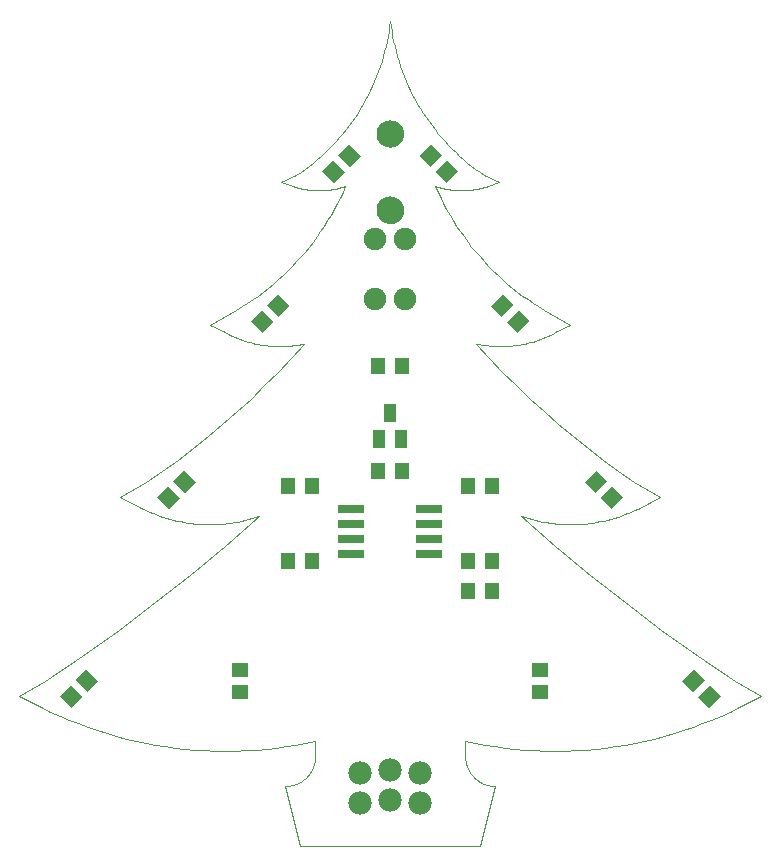
<source format=gts>
G75*
%MOIN*%
%OFA0B0*%
%FSLAX25Y25*%
%IPPOS*%
%LPD*%
%AMOC8*
5,1,8,0,0,1.08239X$1,22.5*
%
%ADD10C,0.00200*%
%ADD11C,0.00000*%
%ADD12C,0.09061*%
%ADD13R,0.05124X0.05518*%
%ADD14R,0.05518X0.05124*%
%ADD15C,0.07800*%
%ADD16C,0.07487*%
%ADD17R,0.09061X0.02762*%
%ADD18R,0.04337X0.05912*%
D10*
X0003050Y0051600D02*
X0010550Y0047850D01*
X0003050Y0051600D02*
X0011800Y0056600D01*
X0044300Y0114100D02*
X0036800Y0117850D01*
X0045550Y0122850D01*
X0044300Y0114100D02*
X0045388Y0113573D01*
X0046487Y0113072D01*
X0047599Y0112598D01*
X0048722Y0112151D01*
X0049855Y0111731D01*
X0050998Y0111339D01*
X0052150Y0110974D01*
X0053311Y0110638D01*
X0054479Y0110329D01*
X0055655Y0110049D01*
X0056837Y0109798D01*
X0058025Y0109575D01*
X0059218Y0109381D01*
X0060415Y0109216D01*
X0061616Y0109080D01*
X0062819Y0108973D01*
X0064025Y0108895D01*
X0065233Y0108847D01*
X0066441Y0108827D01*
X0067650Y0108837D01*
X0068858Y0108876D01*
X0070064Y0108945D01*
X0071269Y0109042D01*
X0072471Y0109169D01*
X0073669Y0109324D01*
X0074863Y0109509D01*
X0076053Y0109722D01*
X0077237Y0109964D01*
X0078415Y0110235D01*
X0079585Y0110534D01*
X0080749Y0110862D01*
X0081904Y0111217D01*
X0083050Y0111600D01*
X0101800Y0036601D02*
X0098523Y0035916D01*
X0095230Y0035310D01*
X0091923Y0034785D01*
X0088605Y0034341D01*
X0085276Y0033978D01*
X0081940Y0033696D01*
X0078598Y0033495D01*
X0075252Y0033376D01*
X0071905Y0033338D01*
X0068557Y0033382D01*
X0065211Y0033507D01*
X0061870Y0033714D01*
X0058534Y0034002D01*
X0055206Y0034371D01*
X0051889Y0034821D01*
X0048583Y0035352D01*
X0045291Y0035963D01*
X0042015Y0036654D01*
X0038757Y0037425D01*
X0035519Y0038274D01*
X0032302Y0039203D01*
X0029109Y0040209D01*
X0025941Y0041293D01*
X0022801Y0042454D01*
X0019690Y0043691D01*
X0016610Y0045003D01*
X0013562Y0046390D01*
X0010550Y0047851D01*
X0091800Y0021600D02*
X0092042Y0021603D01*
X0092283Y0021612D01*
X0092524Y0021626D01*
X0092765Y0021647D01*
X0093005Y0021673D01*
X0093245Y0021705D01*
X0093484Y0021743D01*
X0093721Y0021786D01*
X0093958Y0021836D01*
X0094193Y0021891D01*
X0094427Y0021951D01*
X0094659Y0022018D01*
X0094890Y0022089D01*
X0095119Y0022167D01*
X0095346Y0022250D01*
X0095571Y0022338D01*
X0095794Y0022432D01*
X0096014Y0022531D01*
X0096232Y0022636D01*
X0096447Y0022745D01*
X0096660Y0022860D01*
X0096870Y0022980D01*
X0097076Y0023105D01*
X0097280Y0023235D01*
X0097481Y0023370D01*
X0097678Y0023510D01*
X0097872Y0023654D01*
X0098062Y0023803D01*
X0098248Y0023957D01*
X0098431Y0024115D01*
X0098610Y0024277D01*
X0098785Y0024444D01*
X0098956Y0024615D01*
X0099123Y0024790D01*
X0099285Y0024969D01*
X0099443Y0025152D01*
X0099597Y0025338D01*
X0099746Y0025528D01*
X0099890Y0025722D01*
X0100030Y0025919D01*
X0100165Y0026120D01*
X0100295Y0026324D01*
X0100420Y0026530D01*
X0100540Y0026740D01*
X0100655Y0026953D01*
X0100764Y0027168D01*
X0100869Y0027386D01*
X0100968Y0027606D01*
X0101062Y0027829D01*
X0101150Y0028054D01*
X0101233Y0028281D01*
X0101311Y0028510D01*
X0101382Y0028741D01*
X0101449Y0028973D01*
X0101509Y0029207D01*
X0101564Y0029442D01*
X0101614Y0029679D01*
X0101657Y0029916D01*
X0101695Y0030155D01*
X0101727Y0030395D01*
X0101753Y0030635D01*
X0101774Y0030876D01*
X0101788Y0031117D01*
X0101797Y0031358D01*
X0101800Y0031600D01*
X0101800Y0036600D01*
X0091800Y0021600D02*
X0096800Y0001600D01*
X0156800Y0001600D01*
X0161800Y0021600D01*
X0161558Y0021603D01*
X0161317Y0021612D01*
X0161076Y0021626D01*
X0160835Y0021647D01*
X0160595Y0021673D01*
X0160355Y0021705D01*
X0160116Y0021743D01*
X0159879Y0021786D01*
X0159642Y0021836D01*
X0159407Y0021891D01*
X0159173Y0021951D01*
X0158941Y0022018D01*
X0158710Y0022089D01*
X0158481Y0022167D01*
X0158254Y0022250D01*
X0158029Y0022338D01*
X0157806Y0022432D01*
X0157586Y0022531D01*
X0157368Y0022636D01*
X0157153Y0022745D01*
X0156940Y0022860D01*
X0156730Y0022980D01*
X0156524Y0023105D01*
X0156320Y0023235D01*
X0156119Y0023370D01*
X0155922Y0023510D01*
X0155728Y0023654D01*
X0155538Y0023803D01*
X0155352Y0023957D01*
X0155169Y0024115D01*
X0154990Y0024277D01*
X0154815Y0024444D01*
X0154644Y0024615D01*
X0154477Y0024790D01*
X0154315Y0024969D01*
X0154157Y0025152D01*
X0154003Y0025338D01*
X0153854Y0025528D01*
X0153710Y0025722D01*
X0153570Y0025919D01*
X0153435Y0026120D01*
X0153305Y0026324D01*
X0153180Y0026530D01*
X0153060Y0026740D01*
X0152945Y0026953D01*
X0152836Y0027168D01*
X0152731Y0027386D01*
X0152632Y0027606D01*
X0152538Y0027829D01*
X0152450Y0028054D01*
X0152367Y0028281D01*
X0152289Y0028510D01*
X0152218Y0028741D01*
X0152151Y0028973D01*
X0152091Y0029207D01*
X0152036Y0029442D01*
X0151986Y0029679D01*
X0151943Y0029916D01*
X0151905Y0030155D01*
X0151873Y0030395D01*
X0151847Y0030635D01*
X0151826Y0030876D01*
X0151812Y0031117D01*
X0151803Y0031358D01*
X0151800Y0031600D01*
X0151800Y0036600D01*
X0209300Y0114100D02*
X0216800Y0117850D01*
X0208050Y0122850D01*
X0209300Y0114100D02*
X0208212Y0113573D01*
X0207113Y0113072D01*
X0206001Y0112598D01*
X0204878Y0112151D01*
X0203745Y0111731D01*
X0202602Y0111339D01*
X0201450Y0110974D01*
X0200289Y0110638D01*
X0199121Y0110329D01*
X0197945Y0110049D01*
X0196763Y0109798D01*
X0195575Y0109575D01*
X0194382Y0109381D01*
X0193185Y0109216D01*
X0191984Y0109080D01*
X0190781Y0108973D01*
X0189575Y0108895D01*
X0188367Y0108847D01*
X0187159Y0108827D01*
X0185950Y0108837D01*
X0184742Y0108876D01*
X0183536Y0108945D01*
X0182331Y0109042D01*
X0181129Y0109169D01*
X0179931Y0109324D01*
X0178737Y0109509D01*
X0177547Y0109722D01*
X0176363Y0109964D01*
X0175185Y0110235D01*
X0174015Y0110534D01*
X0172851Y0110862D01*
X0171696Y0111217D01*
X0170550Y0111600D01*
X0151800Y0036601D02*
X0155077Y0035916D01*
X0158370Y0035310D01*
X0161677Y0034785D01*
X0164995Y0034341D01*
X0168324Y0033978D01*
X0171660Y0033696D01*
X0175002Y0033495D01*
X0178348Y0033376D01*
X0181695Y0033338D01*
X0185043Y0033382D01*
X0188389Y0033507D01*
X0191730Y0033714D01*
X0195066Y0034002D01*
X0198394Y0034371D01*
X0201711Y0034821D01*
X0205017Y0035352D01*
X0208309Y0035963D01*
X0211585Y0036654D01*
X0214843Y0037425D01*
X0218081Y0038274D01*
X0221298Y0039203D01*
X0224491Y0040209D01*
X0227659Y0041293D01*
X0230799Y0042454D01*
X0233910Y0043691D01*
X0236990Y0045003D01*
X0240038Y0046390D01*
X0243050Y0047851D01*
X0243050Y0047850D02*
X0250550Y0051600D01*
X0241800Y0056600D01*
X0181800Y0172850D02*
X0186800Y0175350D01*
X0178050Y0180350D01*
X0181800Y0172850D02*
X0181003Y0172426D01*
X0180196Y0172021D01*
X0179379Y0171635D01*
X0178553Y0171270D01*
X0177719Y0170924D01*
X0176876Y0170598D01*
X0176027Y0170292D01*
X0175170Y0170007D01*
X0174306Y0169742D01*
X0173437Y0169499D01*
X0172561Y0169276D01*
X0171681Y0169074D01*
X0170796Y0168893D01*
X0169908Y0168733D01*
X0169015Y0168595D01*
X0168120Y0168477D01*
X0167222Y0168382D01*
X0166321Y0168308D01*
X0165420Y0168255D01*
X0164517Y0168224D01*
X0163614Y0168215D01*
X0162711Y0168227D01*
X0161809Y0168261D01*
X0160907Y0168317D01*
X0160007Y0168394D01*
X0159110Y0168492D01*
X0158214Y0168612D01*
X0157322Y0168753D01*
X0156434Y0168916D01*
X0155550Y0169100D01*
X0159300Y0221600D02*
X0163050Y0222850D01*
X0158050Y0225350D01*
X0159300Y0221600D02*
X0158672Y0221399D01*
X0158039Y0221213D01*
X0157402Y0221042D01*
X0156762Y0220886D01*
X0156117Y0220746D01*
X0155470Y0220621D01*
X0154819Y0220511D01*
X0154167Y0220417D01*
X0153512Y0220339D01*
X0152855Y0220276D01*
X0152198Y0220229D01*
X0151539Y0220198D01*
X0150880Y0220182D01*
X0150220Y0220182D01*
X0149561Y0220198D01*
X0148902Y0220229D01*
X0148245Y0220276D01*
X0147588Y0220339D01*
X0146933Y0220417D01*
X0146281Y0220511D01*
X0145630Y0220621D01*
X0144983Y0220746D01*
X0144338Y0220886D01*
X0143698Y0221042D01*
X0143061Y0221213D01*
X0142428Y0221399D01*
X0141800Y0221600D01*
X0111800Y0221600D02*
X0111172Y0221399D01*
X0110539Y0221213D01*
X0109902Y0221042D01*
X0109262Y0220886D01*
X0108617Y0220746D01*
X0107970Y0220621D01*
X0107319Y0220511D01*
X0106667Y0220417D01*
X0106012Y0220339D01*
X0105355Y0220276D01*
X0104698Y0220229D01*
X0104039Y0220198D01*
X0103380Y0220182D01*
X0102720Y0220182D01*
X0102061Y0220198D01*
X0101402Y0220229D01*
X0100745Y0220276D01*
X0100088Y0220339D01*
X0099433Y0220417D01*
X0098781Y0220511D01*
X0098130Y0220621D01*
X0097483Y0220746D01*
X0096838Y0220886D01*
X0096198Y0221042D01*
X0095561Y0221213D01*
X0094928Y0221399D01*
X0094300Y0221600D01*
X0090550Y0222850D01*
X0095550Y0225350D01*
X0098050Y0169100D02*
X0097166Y0168916D01*
X0096278Y0168753D01*
X0095386Y0168612D01*
X0094490Y0168492D01*
X0093593Y0168394D01*
X0092693Y0168317D01*
X0091791Y0168261D01*
X0090889Y0168227D01*
X0089986Y0168215D01*
X0089083Y0168224D01*
X0088180Y0168255D01*
X0087279Y0168308D01*
X0086378Y0168382D01*
X0085480Y0168477D01*
X0084585Y0168595D01*
X0083692Y0168733D01*
X0082804Y0168893D01*
X0081919Y0169074D01*
X0081039Y0169276D01*
X0080163Y0169499D01*
X0079294Y0169742D01*
X0078430Y0170007D01*
X0077573Y0170292D01*
X0076724Y0170598D01*
X0075881Y0170924D01*
X0075047Y0171270D01*
X0074221Y0171635D01*
X0073404Y0172021D01*
X0072597Y0172426D01*
X0071800Y0172850D01*
X0066800Y0175350D01*
X0075550Y0180350D01*
X0077381Y0181471D01*
X0079184Y0182636D01*
X0080959Y0183844D01*
X0082704Y0185094D01*
X0084419Y0186386D01*
X0086102Y0187718D01*
X0087753Y0189091D01*
X0089370Y0190502D01*
X0090953Y0191953D01*
X0092501Y0193441D01*
X0094012Y0194965D01*
X0095486Y0196526D01*
X0096923Y0198121D01*
X0098320Y0199751D01*
X0099679Y0201413D01*
X0100996Y0203108D01*
X0102273Y0204834D01*
X0103508Y0206590D01*
X0104700Y0208375D01*
X0105849Y0210189D01*
X0106954Y0212029D01*
X0108015Y0213896D01*
X0109030Y0215787D01*
X0110000Y0217702D01*
X0110923Y0219640D01*
X0111800Y0221600D01*
X0095550Y0225350D02*
X0096971Y0226321D01*
X0098369Y0227326D01*
X0099742Y0228365D01*
X0101089Y0229437D01*
X0102409Y0230541D01*
X0103703Y0231676D01*
X0104969Y0232843D01*
X0106206Y0234040D01*
X0107414Y0235267D01*
X0108591Y0236522D01*
X0109738Y0237806D01*
X0110854Y0239117D01*
X0111937Y0240454D01*
X0112988Y0241818D01*
X0114005Y0243206D01*
X0114989Y0244619D01*
X0115938Y0246055D01*
X0116852Y0247514D01*
X0117730Y0248994D01*
X0118572Y0250496D01*
X0119378Y0252017D01*
X0120146Y0253557D01*
X0120877Y0255116D01*
X0121570Y0256691D01*
X0122225Y0258284D01*
X0122841Y0259891D01*
X0123418Y0261513D01*
X0123955Y0263148D01*
X0124452Y0264796D01*
X0124910Y0266456D01*
X0125327Y0268126D01*
X0125704Y0269805D01*
X0126039Y0271494D01*
X0126334Y0273190D01*
X0126588Y0274892D01*
X0126800Y0276600D01*
X0127012Y0274892D01*
X0127266Y0273190D01*
X0127561Y0271494D01*
X0127896Y0269805D01*
X0128273Y0268126D01*
X0128690Y0266456D01*
X0129148Y0264796D01*
X0129645Y0263148D01*
X0130182Y0261513D01*
X0130759Y0259891D01*
X0131375Y0258284D01*
X0132030Y0256691D01*
X0132723Y0255116D01*
X0133454Y0253557D01*
X0134222Y0252017D01*
X0135028Y0250496D01*
X0135870Y0248994D01*
X0136748Y0247514D01*
X0137662Y0246055D01*
X0138611Y0244619D01*
X0139595Y0243206D01*
X0140612Y0241818D01*
X0141663Y0240454D01*
X0142746Y0239117D01*
X0143862Y0237806D01*
X0145009Y0236522D01*
X0146186Y0235267D01*
X0147394Y0234040D01*
X0148631Y0232843D01*
X0149897Y0231676D01*
X0151191Y0230541D01*
X0152511Y0229437D01*
X0153858Y0228365D01*
X0155231Y0227326D01*
X0156629Y0226321D01*
X0158050Y0225350D01*
X0141800Y0221600D02*
X0142677Y0219640D01*
X0143600Y0217702D01*
X0144570Y0215787D01*
X0145585Y0213896D01*
X0146646Y0212029D01*
X0147751Y0210189D01*
X0148900Y0208375D01*
X0150092Y0206590D01*
X0151327Y0204834D01*
X0152604Y0203108D01*
X0153921Y0201413D01*
X0155280Y0199751D01*
X0156677Y0198121D01*
X0158114Y0196526D01*
X0159588Y0194965D01*
X0161099Y0193441D01*
X0162647Y0191953D01*
X0164230Y0190502D01*
X0165847Y0189091D01*
X0167498Y0187718D01*
X0169181Y0186386D01*
X0170896Y0185094D01*
X0172641Y0183844D01*
X0174416Y0182636D01*
X0176219Y0181471D01*
X0178050Y0180350D01*
X0155550Y0169100D02*
X0159829Y0164372D01*
X0164214Y0159742D01*
X0168702Y0155212D01*
X0173291Y0150784D01*
X0177980Y0146462D01*
X0182765Y0142247D01*
X0187644Y0138141D01*
X0192614Y0134146D01*
X0197674Y0130265D01*
X0202820Y0126499D01*
X0208050Y0122850D01*
X0170549Y0111600D02*
X0181855Y0101719D01*
X0193397Y0092117D01*
X0205170Y0082798D01*
X0217166Y0073769D01*
X0229378Y0065034D01*
X0241799Y0056600D01*
X0098050Y0169100D02*
X0093771Y0164372D01*
X0089386Y0159742D01*
X0084898Y0155212D01*
X0080309Y0150784D01*
X0075620Y0146462D01*
X0070835Y0142247D01*
X0065956Y0138141D01*
X0060986Y0134146D01*
X0055926Y0130265D01*
X0050780Y0126499D01*
X0045550Y0122850D01*
X0083051Y0111600D02*
X0071745Y0101719D01*
X0060203Y0092117D01*
X0048430Y0082798D01*
X0036434Y0073769D01*
X0024222Y0065034D01*
X0011801Y0056600D01*
D11*
X0122469Y0213600D02*
X0122471Y0213731D01*
X0122477Y0213863D01*
X0122487Y0213994D01*
X0122501Y0214125D01*
X0122519Y0214255D01*
X0122541Y0214384D01*
X0122566Y0214513D01*
X0122596Y0214641D01*
X0122630Y0214768D01*
X0122667Y0214895D01*
X0122708Y0215019D01*
X0122753Y0215143D01*
X0122802Y0215265D01*
X0122854Y0215386D01*
X0122910Y0215504D01*
X0122970Y0215622D01*
X0123033Y0215737D01*
X0123100Y0215850D01*
X0123170Y0215962D01*
X0123243Y0216071D01*
X0123319Y0216177D01*
X0123399Y0216282D01*
X0123482Y0216384D01*
X0123568Y0216483D01*
X0123657Y0216580D01*
X0123749Y0216674D01*
X0123844Y0216765D01*
X0123941Y0216854D01*
X0124041Y0216939D01*
X0124144Y0217021D01*
X0124249Y0217100D01*
X0124356Y0217176D01*
X0124466Y0217248D01*
X0124578Y0217317D01*
X0124692Y0217383D01*
X0124807Y0217445D01*
X0124925Y0217504D01*
X0125044Y0217559D01*
X0125165Y0217611D01*
X0125288Y0217658D01*
X0125412Y0217702D01*
X0125537Y0217743D01*
X0125663Y0217779D01*
X0125791Y0217812D01*
X0125919Y0217840D01*
X0126048Y0217865D01*
X0126178Y0217886D01*
X0126308Y0217903D01*
X0126439Y0217916D01*
X0126570Y0217925D01*
X0126701Y0217930D01*
X0126833Y0217931D01*
X0126964Y0217928D01*
X0127096Y0217921D01*
X0127227Y0217910D01*
X0127357Y0217895D01*
X0127487Y0217876D01*
X0127617Y0217853D01*
X0127745Y0217827D01*
X0127873Y0217796D01*
X0128000Y0217761D01*
X0128126Y0217723D01*
X0128250Y0217681D01*
X0128374Y0217635D01*
X0128495Y0217585D01*
X0128615Y0217532D01*
X0128734Y0217475D01*
X0128851Y0217415D01*
X0128965Y0217351D01*
X0129078Y0217283D01*
X0129189Y0217212D01*
X0129298Y0217138D01*
X0129404Y0217061D01*
X0129508Y0216980D01*
X0129609Y0216897D01*
X0129708Y0216810D01*
X0129804Y0216720D01*
X0129897Y0216627D01*
X0129988Y0216532D01*
X0130075Y0216434D01*
X0130160Y0216333D01*
X0130241Y0216230D01*
X0130319Y0216124D01*
X0130394Y0216016D01*
X0130466Y0215906D01*
X0130534Y0215794D01*
X0130599Y0215680D01*
X0130660Y0215563D01*
X0130718Y0215445D01*
X0130772Y0215325D01*
X0130823Y0215204D01*
X0130870Y0215081D01*
X0130913Y0214957D01*
X0130952Y0214832D01*
X0130988Y0214705D01*
X0131019Y0214577D01*
X0131047Y0214449D01*
X0131071Y0214320D01*
X0131091Y0214190D01*
X0131107Y0214059D01*
X0131119Y0213928D01*
X0131127Y0213797D01*
X0131131Y0213666D01*
X0131131Y0213534D01*
X0131127Y0213403D01*
X0131119Y0213272D01*
X0131107Y0213141D01*
X0131091Y0213010D01*
X0131071Y0212880D01*
X0131047Y0212751D01*
X0131019Y0212623D01*
X0130988Y0212495D01*
X0130952Y0212368D01*
X0130913Y0212243D01*
X0130870Y0212119D01*
X0130823Y0211996D01*
X0130772Y0211875D01*
X0130718Y0211755D01*
X0130660Y0211637D01*
X0130599Y0211520D01*
X0130534Y0211406D01*
X0130466Y0211294D01*
X0130394Y0211184D01*
X0130319Y0211076D01*
X0130241Y0210970D01*
X0130160Y0210867D01*
X0130075Y0210766D01*
X0129988Y0210668D01*
X0129897Y0210573D01*
X0129804Y0210480D01*
X0129708Y0210390D01*
X0129609Y0210303D01*
X0129508Y0210220D01*
X0129404Y0210139D01*
X0129298Y0210062D01*
X0129189Y0209988D01*
X0129078Y0209917D01*
X0128966Y0209849D01*
X0128851Y0209785D01*
X0128734Y0209725D01*
X0128615Y0209668D01*
X0128495Y0209615D01*
X0128374Y0209565D01*
X0128250Y0209519D01*
X0128126Y0209477D01*
X0128000Y0209439D01*
X0127873Y0209404D01*
X0127745Y0209373D01*
X0127617Y0209347D01*
X0127487Y0209324D01*
X0127357Y0209305D01*
X0127227Y0209290D01*
X0127096Y0209279D01*
X0126964Y0209272D01*
X0126833Y0209269D01*
X0126701Y0209270D01*
X0126570Y0209275D01*
X0126439Y0209284D01*
X0126308Y0209297D01*
X0126178Y0209314D01*
X0126048Y0209335D01*
X0125919Y0209360D01*
X0125791Y0209388D01*
X0125663Y0209421D01*
X0125537Y0209457D01*
X0125412Y0209498D01*
X0125288Y0209542D01*
X0125165Y0209589D01*
X0125044Y0209641D01*
X0124925Y0209696D01*
X0124807Y0209755D01*
X0124692Y0209817D01*
X0124578Y0209883D01*
X0124466Y0209952D01*
X0124356Y0210024D01*
X0124249Y0210100D01*
X0124144Y0210179D01*
X0124041Y0210261D01*
X0123941Y0210346D01*
X0123844Y0210435D01*
X0123749Y0210526D01*
X0123657Y0210620D01*
X0123568Y0210717D01*
X0123482Y0210816D01*
X0123399Y0210918D01*
X0123319Y0211023D01*
X0123243Y0211129D01*
X0123170Y0211238D01*
X0123100Y0211350D01*
X0123033Y0211463D01*
X0122970Y0211578D01*
X0122910Y0211696D01*
X0122854Y0211814D01*
X0122802Y0211935D01*
X0122753Y0212057D01*
X0122708Y0212181D01*
X0122667Y0212305D01*
X0122630Y0212432D01*
X0122596Y0212559D01*
X0122566Y0212687D01*
X0122541Y0212816D01*
X0122519Y0212945D01*
X0122501Y0213075D01*
X0122487Y0213206D01*
X0122477Y0213337D01*
X0122471Y0213469D01*
X0122469Y0213600D01*
X0122469Y0239100D02*
X0122471Y0239231D01*
X0122477Y0239363D01*
X0122487Y0239494D01*
X0122501Y0239625D01*
X0122519Y0239755D01*
X0122541Y0239884D01*
X0122566Y0240013D01*
X0122596Y0240141D01*
X0122630Y0240268D01*
X0122667Y0240395D01*
X0122708Y0240519D01*
X0122753Y0240643D01*
X0122802Y0240765D01*
X0122854Y0240886D01*
X0122910Y0241004D01*
X0122970Y0241122D01*
X0123033Y0241237D01*
X0123100Y0241350D01*
X0123170Y0241462D01*
X0123243Y0241571D01*
X0123319Y0241677D01*
X0123399Y0241782D01*
X0123482Y0241884D01*
X0123568Y0241983D01*
X0123657Y0242080D01*
X0123749Y0242174D01*
X0123844Y0242265D01*
X0123941Y0242354D01*
X0124041Y0242439D01*
X0124144Y0242521D01*
X0124249Y0242600D01*
X0124356Y0242676D01*
X0124466Y0242748D01*
X0124578Y0242817D01*
X0124692Y0242883D01*
X0124807Y0242945D01*
X0124925Y0243004D01*
X0125044Y0243059D01*
X0125165Y0243111D01*
X0125288Y0243158D01*
X0125412Y0243202D01*
X0125537Y0243243D01*
X0125663Y0243279D01*
X0125791Y0243312D01*
X0125919Y0243340D01*
X0126048Y0243365D01*
X0126178Y0243386D01*
X0126308Y0243403D01*
X0126439Y0243416D01*
X0126570Y0243425D01*
X0126701Y0243430D01*
X0126833Y0243431D01*
X0126964Y0243428D01*
X0127096Y0243421D01*
X0127227Y0243410D01*
X0127357Y0243395D01*
X0127487Y0243376D01*
X0127617Y0243353D01*
X0127745Y0243327D01*
X0127873Y0243296D01*
X0128000Y0243261D01*
X0128126Y0243223D01*
X0128250Y0243181D01*
X0128374Y0243135D01*
X0128495Y0243085D01*
X0128615Y0243032D01*
X0128734Y0242975D01*
X0128851Y0242915D01*
X0128965Y0242851D01*
X0129078Y0242783D01*
X0129189Y0242712D01*
X0129298Y0242638D01*
X0129404Y0242561D01*
X0129508Y0242480D01*
X0129609Y0242397D01*
X0129708Y0242310D01*
X0129804Y0242220D01*
X0129897Y0242127D01*
X0129988Y0242032D01*
X0130075Y0241934D01*
X0130160Y0241833D01*
X0130241Y0241730D01*
X0130319Y0241624D01*
X0130394Y0241516D01*
X0130466Y0241406D01*
X0130534Y0241294D01*
X0130599Y0241180D01*
X0130660Y0241063D01*
X0130718Y0240945D01*
X0130772Y0240825D01*
X0130823Y0240704D01*
X0130870Y0240581D01*
X0130913Y0240457D01*
X0130952Y0240332D01*
X0130988Y0240205D01*
X0131019Y0240077D01*
X0131047Y0239949D01*
X0131071Y0239820D01*
X0131091Y0239690D01*
X0131107Y0239559D01*
X0131119Y0239428D01*
X0131127Y0239297D01*
X0131131Y0239166D01*
X0131131Y0239034D01*
X0131127Y0238903D01*
X0131119Y0238772D01*
X0131107Y0238641D01*
X0131091Y0238510D01*
X0131071Y0238380D01*
X0131047Y0238251D01*
X0131019Y0238123D01*
X0130988Y0237995D01*
X0130952Y0237868D01*
X0130913Y0237743D01*
X0130870Y0237619D01*
X0130823Y0237496D01*
X0130772Y0237375D01*
X0130718Y0237255D01*
X0130660Y0237137D01*
X0130599Y0237020D01*
X0130534Y0236906D01*
X0130466Y0236794D01*
X0130394Y0236684D01*
X0130319Y0236576D01*
X0130241Y0236470D01*
X0130160Y0236367D01*
X0130075Y0236266D01*
X0129988Y0236168D01*
X0129897Y0236073D01*
X0129804Y0235980D01*
X0129708Y0235890D01*
X0129609Y0235803D01*
X0129508Y0235720D01*
X0129404Y0235639D01*
X0129298Y0235562D01*
X0129189Y0235488D01*
X0129078Y0235417D01*
X0128966Y0235349D01*
X0128851Y0235285D01*
X0128734Y0235225D01*
X0128615Y0235168D01*
X0128495Y0235115D01*
X0128374Y0235065D01*
X0128250Y0235019D01*
X0128126Y0234977D01*
X0128000Y0234939D01*
X0127873Y0234904D01*
X0127745Y0234873D01*
X0127617Y0234847D01*
X0127487Y0234824D01*
X0127357Y0234805D01*
X0127227Y0234790D01*
X0127096Y0234779D01*
X0126964Y0234772D01*
X0126833Y0234769D01*
X0126701Y0234770D01*
X0126570Y0234775D01*
X0126439Y0234784D01*
X0126308Y0234797D01*
X0126178Y0234814D01*
X0126048Y0234835D01*
X0125919Y0234860D01*
X0125791Y0234888D01*
X0125663Y0234921D01*
X0125537Y0234957D01*
X0125412Y0234998D01*
X0125288Y0235042D01*
X0125165Y0235089D01*
X0125044Y0235141D01*
X0124925Y0235196D01*
X0124807Y0235255D01*
X0124692Y0235317D01*
X0124578Y0235383D01*
X0124466Y0235452D01*
X0124356Y0235524D01*
X0124249Y0235600D01*
X0124144Y0235679D01*
X0124041Y0235761D01*
X0123941Y0235846D01*
X0123844Y0235935D01*
X0123749Y0236026D01*
X0123657Y0236120D01*
X0123568Y0236217D01*
X0123482Y0236316D01*
X0123399Y0236418D01*
X0123319Y0236523D01*
X0123243Y0236629D01*
X0123170Y0236738D01*
X0123100Y0236850D01*
X0123033Y0236963D01*
X0122970Y0237078D01*
X0122910Y0237196D01*
X0122854Y0237314D01*
X0122802Y0237435D01*
X0122753Y0237557D01*
X0122708Y0237681D01*
X0122667Y0237805D01*
X0122630Y0237932D01*
X0122596Y0238059D01*
X0122566Y0238187D01*
X0122541Y0238316D01*
X0122519Y0238445D01*
X0122501Y0238575D01*
X0122487Y0238706D01*
X0122477Y0238837D01*
X0122471Y0238969D01*
X0122469Y0239100D01*
D12*
X0126800Y0239100D03*
X0126800Y0213600D03*
D13*
G36*
X0140537Y0235514D02*
X0144160Y0231891D01*
X0140259Y0227990D01*
X0136636Y0231613D01*
X0140537Y0235514D01*
G37*
G36*
X0145841Y0230210D02*
X0149464Y0226587D01*
X0145563Y0222686D01*
X0141940Y0226309D01*
X0145841Y0230210D01*
G37*
G36*
X0109440Y0231891D02*
X0113063Y0235514D01*
X0116964Y0231613D01*
X0113341Y0227990D01*
X0109440Y0231891D01*
G37*
G36*
X0104136Y0226587D02*
X0107759Y0230210D01*
X0111660Y0226309D01*
X0108037Y0222686D01*
X0104136Y0226587D01*
G37*
G36*
X0085690Y0181891D02*
X0089313Y0185514D01*
X0093214Y0181613D01*
X0089591Y0177990D01*
X0085690Y0181891D01*
G37*
G36*
X0080386Y0176587D02*
X0084009Y0180210D01*
X0087910Y0176309D01*
X0084287Y0172686D01*
X0080386Y0176587D01*
G37*
X0122800Y0161600D03*
X0130800Y0161600D03*
X0130800Y0126600D03*
X0122800Y0126600D03*
X0100800Y0121600D03*
X0092800Y0121600D03*
X0092800Y0096600D03*
X0100800Y0096600D03*
G36*
X0054440Y0123141D02*
X0058063Y0126764D01*
X0061964Y0122863D01*
X0058341Y0119240D01*
X0054440Y0123141D01*
G37*
G36*
X0049136Y0117837D02*
X0052759Y0121460D01*
X0056660Y0117559D01*
X0053037Y0113936D01*
X0049136Y0117837D01*
G37*
G36*
X0021940Y0056891D02*
X0025563Y0060514D01*
X0029464Y0056613D01*
X0025841Y0052990D01*
X0021940Y0056891D01*
G37*
G36*
X0016636Y0051587D02*
X0020259Y0055210D01*
X0024160Y0051309D01*
X0020537Y0047686D01*
X0016636Y0051587D01*
G37*
X0152800Y0086600D03*
X0160800Y0086600D03*
X0160800Y0096600D03*
X0152800Y0096600D03*
X0152800Y0121600D03*
X0160800Y0121600D03*
G36*
X0195537Y0126764D02*
X0199160Y0123141D01*
X0195259Y0119240D01*
X0191636Y0122863D01*
X0195537Y0126764D01*
G37*
G36*
X0200841Y0121460D02*
X0204464Y0117837D01*
X0200563Y0113936D01*
X0196940Y0117559D01*
X0200841Y0121460D01*
G37*
G36*
X0169591Y0180210D02*
X0173214Y0176587D01*
X0169313Y0172686D01*
X0165690Y0176309D01*
X0169591Y0180210D01*
G37*
G36*
X0164287Y0185514D02*
X0167910Y0181891D01*
X0164009Y0177990D01*
X0160386Y0181613D01*
X0164287Y0185514D01*
G37*
G36*
X0228037Y0060514D02*
X0231660Y0056891D01*
X0227759Y0052990D01*
X0224136Y0056613D01*
X0228037Y0060514D01*
G37*
G36*
X0233341Y0055210D02*
X0236964Y0051587D01*
X0233063Y0047686D01*
X0229440Y0051309D01*
X0233341Y0055210D01*
G37*
D14*
X0176800Y0052850D03*
X0176800Y0060350D03*
X0076800Y0060350D03*
X0076800Y0052850D03*
D15*
X0116800Y0026100D03*
X0116800Y0016100D03*
X0126800Y0017100D03*
X0126800Y0027100D03*
X0136800Y0026100D03*
X0136800Y0016100D03*
D16*
X0131800Y0184100D03*
X0121800Y0184100D03*
X0121800Y0204100D03*
X0131800Y0204100D03*
D17*
X0139910Y0114100D03*
X0139910Y0109100D03*
X0139910Y0104100D03*
X0139910Y0099100D03*
X0113690Y0099100D03*
X0113690Y0104100D03*
X0113690Y0109100D03*
X0113690Y0114100D03*
D18*
X0123060Y0137269D03*
X0130540Y0137269D03*
X0126800Y0145931D03*
M02*

</source>
